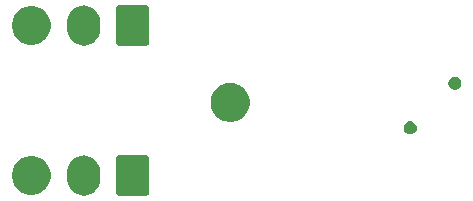
<source format=gbr>
G04 #@! TF.GenerationSoftware,KiCad,Pcbnew,(5.0.2)-1*
G04 #@! TF.CreationDate,2019-03-06T22:55:48-05:00*
G04 #@! TF.ProjectId,v2,76322e6b-6963-4616-945f-706362585858,rev?*
G04 #@! TF.SameCoordinates,Original*
G04 #@! TF.FileFunction,Soldermask,Bot*
G04 #@! TF.FilePolarity,Negative*
%FSLAX46Y46*%
G04 Gerber Fmt 4.6, Leading zero omitted, Abs format (unit mm)*
G04 Created by KiCad (PCBNEW (5.0.2)-1) date 3/6/2019 10:55:48 PM*
%MOMM*%
%LPD*%
G01*
G04 APERTURE LIST*
%ADD10C,0.100000*%
G04 APERTURE END LIST*
D10*
G36*
X100268758Y-85948837D02*
X100268761Y-85948838D01*
X100268762Y-85948838D01*
X100527196Y-86027233D01*
X100765371Y-86154540D01*
X100806945Y-86188659D01*
X100974137Y-86325869D01*
X101145459Y-86534626D01*
X101272766Y-86772801D01*
X101351163Y-87031241D01*
X101371000Y-87232651D01*
X101371000Y-88027348D01*
X101351163Y-88228758D01*
X101351162Y-88228761D01*
X101351162Y-88228763D01*
X101272766Y-88487199D01*
X101145459Y-88725374D01*
X100974134Y-88934134D01*
X100765374Y-89105459D01*
X100582070Y-89203437D01*
X100527197Y-89232767D01*
X100268763Y-89311162D01*
X100268762Y-89311162D01*
X100268759Y-89311163D01*
X100000000Y-89337633D01*
X99731242Y-89311163D01*
X99731239Y-89311162D01*
X99731238Y-89311162D01*
X99472804Y-89232767D01*
X99234629Y-89105460D01*
X99025867Y-88934134D01*
X99025863Y-88934131D01*
X98854541Y-88725374D01*
X98727234Y-88487199D01*
X98648837Y-88228759D01*
X98629000Y-88027349D01*
X98629000Y-87232652D01*
X98648837Y-87031242D01*
X98648838Y-87031238D01*
X98727233Y-86772804D01*
X98854540Y-86534629D01*
X99025866Y-86325867D01*
X99025867Y-86325866D01*
X99025869Y-86325863D01*
X99234626Y-86154541D01*
X99472801Y-86027234D01*
X99472803Y-86027233D01*
X99731237Y-85948838D01*
X99731238Y-85948838D01*
X99731241Y-85948837D01*
X100000000Y-85922367D01*
X100268758Y-85948837D01*
X100268758Y-85948837D01*
G37*
G36*
X105383437Y-85932635D02*
X105413028Y-85941611D01*
X105440297Y-85956187D01*
X105464198Y-85975802D01*
X105483813Y-85999703D01*
X105498389Y-86026972D01*
X105507365Y-86056563D01*
X105511000Y-86093473D01*
X105511000Y-89166527D01*
X105507365Y-89203437D01*
X105498389Y-89233028D01*
X105483813Y-89260297D01*
X105464198Y-89284198D01*
X105440297Y-89303813D01*
X105413028Y-89318389D01*
X105383437Y-89327365D01*
X105346527Y-89331000D01*
X102933473Y-89331000D01*
X102896563Y-89327365D01*
X102866972Y-89318389D01*
X102839703Y-89303813D01*
X102815802Y-89284198D01*
X102796187Y-89260297D01*
X102781611Y-89233028D01*
X102772635Y-89203437D01*
X102769000Y-89166527D01*
X102769000Y-86093473D01*
X102772635Y-86056563D01*
X102781611Y-86026972D01*
X102796187Y-85999703D01*
X102815802Y-85975802D01*
X102839703Y-85956187D01*
X102866972Y-85941611D01*
X102896563Y-85932635D01*
X102933473Y-85929000D01*
X105346527Y-85929000D01*
X105383437Y-85932635D01*
X105383437Y-85932635D01*
G37*
G36*
X96038661Y-86052062D02*
X96337304Y-86175764D01*
X96606079Y-86355354D01*
X96834646Y-86583921D01*
X97014236Y-86852696D01*
X97137938Y-87151339D01*
X97201000Y-87468374D01*
X97201000Y-87791626D01*
X97137938Y-88108661D01*
X97014236Y-88407304D01*
X96834646Y-88676079D01*
X96606079Y-88904646D01*
X96337304Y-89084236D01*
X96038661Y-89207938D01*
X95721626Y-89271000D01*
X95398374Y-89271000D01*
X95081339Y-89207938D01*
X94782696Y-89084236D01*
X94513921Y-88904646D01*
X94285354Y-88676079D01*
X94105764Y-88407304D01*
X93982062Y-88108661D01*
X93919000Y-87791626D01*
X93919000Y-87468374D01*
X93982062Y-87151339D01*
X94105764Y-86852696D01*
X94285354Y-86583921D01*
X94513921Y-86355354D01*
X94782696Y-86175764D01*
X95081339Y-86052062D01*
X95398374Y-85989000D01*
X95721626Y-85989000D01*
X96038661Y-86052062D01*
X96038661Y-86052062D01*
G37*
G36*
X127810721Y-83055174D02*
X127910995Y-83096709D01*
X128001245Y-83157012D01*
X128077988Y-83233755D01*
X128138291Y-83324005D01*
X128179826Y-83424279D01*
X128201000Y-83530730D01*
X128201000Y-83639270D01*
X128179826Y-83745721D01*
X128138291Y-83845995D01*
X128077988Y-83936245D01*
X128001245Y-84012988D01*
X127910995Y-84073291D01*
X127810721Y-84114826D01*
X127704270Y-84136000D01*
X127595730Y-84136000D01*
X127489279Y-84114826D01*
X127389005Y-84073291D01*
X127298755Y-84012988D01*
X127222012Y-83936245D01*
X127161709Y-83845995D01*
X127120174Y-83745721D01*
X127099000Y-83639270D01*
X127099000Y-83530730D01*
X127120174Y-83424279D01*
X127161709Y-83324005D01*
X127222012Y-83233755D01*
X127298755Y-83157012D01*
X127389005Y-83096709D01*
X127489279Y-83055174D01*
X127595730Y-83034000D01*
X127704270Y-83034000D01*
X127810721Y-83055174D01*
X127810721Y-83055174D01*
G37*
G36*
X112770256Y-79836298D02*
X112876579Y-79857447D01*
X113177042Y-79981903D01*
X113437958Y-80156242D01*
X113447454Y-80162587D01*
X113677413Y-80392546D01*
X113858098Y-80662960D01*
X113982553Y-80963422D01*
X114046000Y-81282389D01*
X114046000Y-81607611D01*
X113982553Y-81926578D01*
X113858098Y-82227040D01*
X113677413Y-82497454D01*
X113447454Y-82727413D01*
X113447451Y-82727415D01*
X113177042Y-82908097D01*
X112876579Y-83032553D01*
X112770256Y-83053702D01*
X112557611Y-83096000D01*
X112232389Y-83096000D01*
X112019744Y-83053702D01*
X111913421Y-83032553D01*
X111612958Y-82908097D01*
X111342549Y-82727415D01*
X111342546Y-82727413D01*
X111112587Y-82497454D01*
X110931902Y-82227040D01*
X110807447Y-81926578D01*
X110744000Y-81607611D01*
X110744000Y-81282389D01*
X110807447Y-80963422D01*
X110931902Y-80662960D01*
X111112587Y-80392546D01*
X111342546Y-80162587D01*
X111352042Y-80156242D01*
X111612958Y-79981903D01*
X111913421Y-79857447D01*
X112019744Y-79836298D01*
X112232389Y-79794000D01*
X112557611Y-79794000D01*
X112770256Y-79836298D01*
X112770256Y-79836298D01*
G37*
G36*
X131590721Y-79275174D02*
X131690995Y-79316709D01*
X131781245Y-79377012D01*
X131857988Y-79453755D01*
X131918291Y-79544005D01*
X131959826Y-79644279D01*
X131981000Y-79750730D01*
X131981000Y-79859270D01*
X131959826Y-79965721D01*
X131918291Y-80065995D01*
X131857988Y-80156245D01*
X131781245Y-80232988D01*
X131690995Y-80293291D01*
X131590721Y-80334826D01*
X131484270Y-80356000D01*
X131375730Y-80356000D01*
X131269279Y-80334826D01*
X131169005Y-80293291D01*
X131078755Y-80232988D01*
X131002012Y-80156245D01*
X130941709Y-80065995D01*
X130900174Y-79965721D01*
X130879000Y-79859270D01*
X130879000Y-79750730D01*
X130900174Y-79644279D01*
X130941709Y-79544005D01*
X131002012Y-79453755D01*
X131078755Y-79377012D01*
X131169005Y-79316709D01*
X131269279Y-79275174D01*
X131375730Y-79254000D01*
X131484270Y-79254000D01*
X131590721Y-79275174D01*
X131590721Y-79275174D01*
G37*
G36*
X100268758Y-73248837D02*
X100268761Y-73248838D01*
X100268762Y-73248838D01*
X100527196Y-73327233D01*
X100765371Y-73454540D01*
X100806945Y-73488659D01*
X100974137Y-73625869D01*
X101145459Y-73834626D01*
X101272766Y-74072801D01*
X101351163Y-74331241D01*
X101371000Y-74532651D01*
X101371000Y-75327348D01*
X101351163Y-75528758D01*
X101351162Y-75528761D01*
X101351162Y-75528763D01*
X101272766Y-75787199D01*
X101145459Y-76025374D01*
X100974134Y-76234134D01*
X100765374Y-76405459D01*
X100582070Y-76503437D01*
X100527197Y-76532767D01*
X100268763Y-76611162D01*
X100268762Y-76611162D01*
X100268759Y-76611163D01*
X100000000Y-76637633D01*
X99731242Y-76611163D01*
X99731239Y-76611162D01*
X99731238Y-76611162D01*
X99472804Y-76532767D01*
X99234629Y-76405460D01*
X99025867Y-76234134D01*
X99025863Y-76234131D01*
X98854541Y-76025374D01*
X98727234Y-75787199D01*
X98648837Y-75528759D01*
X98629000Y-75327349D01*
X98629000Y-74532652D01*
X98648837Y-74331242D01*
X98648838Y-74331238D01*
X98727233Y-74072804D01*
X98854540Y-73834629D01*
X99025866Y-73625867D01*
X99025867Y-73625866D01*
X99025869Y-73625863D01*
X99234626Y-73454541D01*
X99472801Y-73327234D01*
X99472803Y-73327233D01*
X99731237Y-73248838D01*
X99731238Y-73248838D01*
X99731241Y-73248837D01*
X100000000Y-73222367D01*
X100268758Y-73248837D01*
X100268758Y-73248837D01*
G37*
G36*
X105383437Y-73232635D02*
X105413028Y-73241611D01*
X105440297Y-73256187D01*
X105464198Y-73275802D01*
X105483813Y-73299703D01*
X105498389Y-73326972D01*
X105507365Y-73356563D01*
X105511000Y-73393473D01*
X105511000Y-76466527D01*
X105507365Y-76503437D01*
X105498389Y-76533028D01*
X105483813Y-76560297D01*
X105464198Y-76584198D01*
X105440297Y-76603813D01*
X105413028Y-76618389D01*
X105383437Y-76627365D01*
X105346527Y-76631000D01*
X102933473Y-76631000D01*
X102896563Y-76627365D01*
X102866972Y-76618389D01*
X102839703Y-76603813D01*
X102815802Y-76584198D01*
X102796187Y-76560297D01*
X102781611Y-76533028D01*
X102772635Y-76503437D01*
X102769000Y-76466527D01*
X102769000Y-73393473D01*
X102772635Y-73356563D01*
X102781611Y-73326972D01*
X102796187Y-73299703D01*
X102815802Y-73275802D01*
X102839703Y-73256187D01*
X102866972Y-73241611D01*
X102896563Y-73232635D01*
X102933473Y-73229000D01*
X105346527Y-73229000D01*
X105383437Y-73232635D01*
X105383437Y-73232635D01*
G37*
G36*
X96038661Y-73352062D02*
X96337304Y-73475764D01*
X96606079Y-73655354D01*
X96834646Y-73883921D01*
X97014236Y-74152696D01*
X97137938Y-74451339D01*
X97201000Y-74768374D01*
X97201000Y-75091626D01*
X97137938Y-75408661D01*
X97014236Y-75707304D01*
X96834646Y-75976079D01*
X96606079Y-76204646D01*
X96337304Y-76384236D01*
X96038661Y-76507938D01*
X95721626Y-76571000D01*
X95398374Y-76571000D01*
X95081339Y-76507938D01*
X94782696Y-76384236D01*
X94513921Y-76204646D01*
X94285354Y-75976079D01*
X94105764Y-75707304D01*
X93982062Y-75408661D01*
X93919000Y-75091626D01*
X93919000Y-74768374D01*
X93982062Y-74451339D01*
X94105764Y-74152696D01*
X94285354Y-73883921D01*
X94513921Y-73655354D01*
X94782696Y-73475764D01*
X95081339Y-73352062D01*
X95398374Y-73289000D01*
X95721626Y-73289000D01*
X96038661Y-73352062D01*
X96038661Y-73352062D01*
G37*
M02*

</source>
